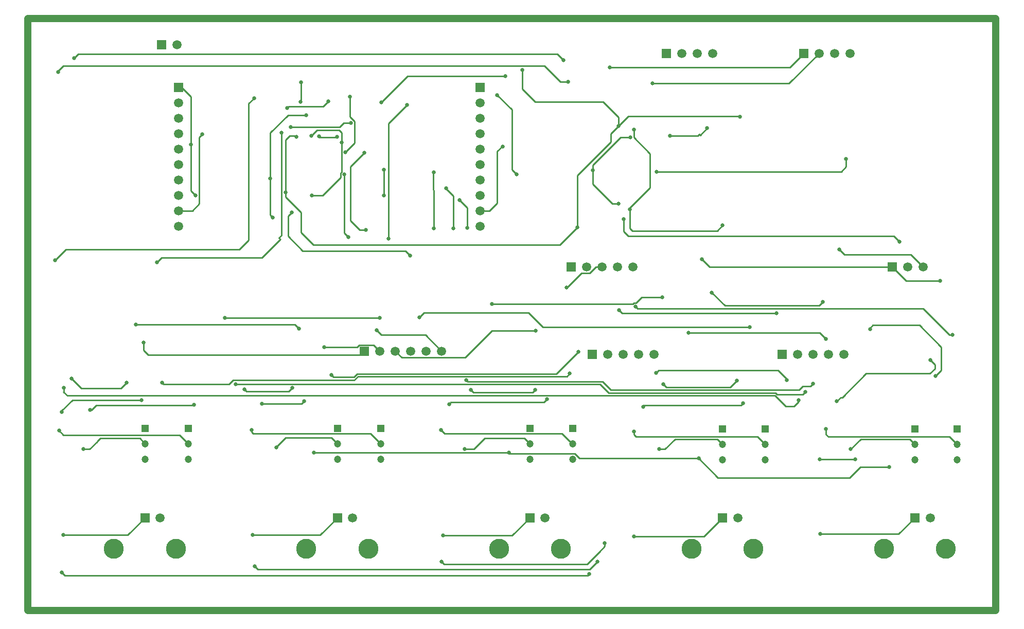
<source format=gbl>
G04 Layer_Physical_Order=2*
G04 Layer_Color=16711680*
%FSLAX25Y25*%
%MOIN*%
G70*
G01*
G75*
%ADD24C,0.01000*%
%ADD25C,0.04724*%
%ADD26C,0.04724*%
%ADD27R,0.04724X0.04724*%
%ADD28R,0.05906X0.05906*%
%ADD29C,0.05906*%
%ADD30R,0.05906X0.05906*%
%ADD31C,0.12992*%
%ADD32C,0.02500*%
D24*
X534200Y198800D02*
X547000Y186000D01*
X533900Y198500D02*
X534200Y198800D01*
X311550Y403050D02*
Y416873D01*
X305500Y397000D02*
X311550Y403050D01*
X270300Y413300D02*
X301800D01*
X308600Y419823D02*
X311550Y416873D01*
X308600Y419823D02*
Y432800D01*
X283500Y407500D02*
X287100Y411100D01*
X289077Y406523D02*
X299923D01*
X300200Y406800D01*
X304400Y415900D02*
X309200D01*
X301800Y413300D02*
X304400Y415900D01*
X288500Y407100D02*
X289077Y406523D01*
X301673Y411100D02*
X303200Y409573D01*
X287100Y411100D02*
X301673D01*
X302650Y380650D02*
Y383473D01*
X291000Y369000D02*
X302650Y380650D01*
X303150Y397973D02*
X303200Y398023D01*
X303150Y396027D02*
Y397973D01*
Y396027D02*
X303200Y395977D01*
Y384023D02*
Y395977D01*
X302650Y383473D02*
X303200Y384023D01*
X257000Y356200D02*
X258500Y354700D01*
X257000Y356200D02*
Y379800D01*
X483800Y406600D02*
X490100D01*
X344500Y333000D02*
X347500Y330000D01*
X493850Y299350D02*
X497500Y303000D01*
X492527Y299350D02*
X493850D01*
X491677Y298500D02*
X492527Y299350D01*
X400500Y298500D02*
X491677D01*
X497500Y303000D02*
X511000D01*
X669000Y313500D02*
X691000D01*
X660000Y322500D02*
X669000Y313500D01*
X413500Y385500D02*
Y424500D01*
X404000Y434000D02*
X413500Y424500D01*
Y385500D02*
X416500Y382500D01*
X407500Y400500D02*
Y401000D01*
X404000Y364000D02*
Y397500D01*
X399000Y359000D02*
X404000Y364000D01*
X393000Y359000D02*
X399000D01*
X612500Y297500D02*
X615000Y300000D01*
X551500Y297500D02*
X612500D01*
X543000Y306000D02*
X551500Y297500D01*
X541500Y322500D02*
X660000D01*
X536500Y327500D02*
X541500Y322500D01*
X630000Y387500D02*
Y392500D01*
X626728Y384228D02*
X630000Y387500D01*
X507272Y384228D02*
X626728D01*
X661000Y342500D02*
X664500Y339000D01*
X629000Y330500D02*
X672000D01*
X625500Y334000D02*
X629000Y330500D01*
X672000D02*
X680000Y322500D01*
X313039Y270500D02*
X314592Y272053D01*
X292000Y270500D02*
X313039D01*
X314592Y272053D02*
X323947D01*
X326000Y281500D02*
X329000Y278500D01*
X211000Y406500D02*
X213000Y408500D01*
X330500Y369000D02*
Y385500D01*
X278000Y333000D02*
X344500D01*
X467732Y322500D02*
X472000D01*
X463679Y318447D02*
X467732Y322500D01*
X458447Y318447D02*
X463679D01*
X483000Y294500D02*
X485000Y292500D01*
X585000D01*
X353500Y290000D02*
X356500Y293000D01*
X613000Y280000D02*
X617000Y276000D01*
X528000Y280000D02*
X613000D01*
X697000Y278500D02*
X699000D01*
X323947Y272053D02*
X328000Y268000D01*
X602000Y240000D02*
X603500Y241500D01*
X585263Y240000D02*
X602000D01*
X464000Y126500D02*
X469000Y131500D01*
X249000Y126500D02*
X464000D01*
X462177Y130000D02*
X470027Y137850D01*
X369500Y130000D02*
X462177D01*
X368000Y131500D02*
X369500Y130000D01*
X247000Y128500D02*
X249000Y126500D01*
X664000Y149500D02*
X674579Y160079D01*
X289334Y149000D02*
X300413Y160079D01*
X164612Y149000D02*
X175691Y160079D01*
X413556Y148500D02*
X425135Y160079D01*
X537778Y148000D02*
X549857Y160079D01*
X470027Y138027D02*
X473500Y141500D01*
X470027Y137850D02*
Y138027D01*
X473500Y141500D02*
Y143500D01*
X462500Y122500D02*
X463500Y123500D01*
X124000Y122500D02*
X462500D01*
X122000Y124500D02*
X124000Y122500D01*
X492500Y148000D02*
X537778D01*
X123000Y213500D02*
X198250D01*
X172538Y211462D02*
X176000Y208000D01*
X146816Y211462D02*
X172538D01*
X671038Y210962D02*
X674500Y207500D01*
X696688Y212562D02*
X701750Y207500D01*
X624000Y235500D02*
X626500Y238000D01*
X618500Y212562D02*
X696688D01*
X617000Y214062D02*
X618500Y212562D01*
X122000Y228500D02*
Y229500D01*
X546538Y210962D02*
X550000Y207500D01*
X572500Y212500D02*
X577500Y207500D01*
X617000Y214062D02*
Y217500D01*
X613047Y149500D02*
X664000D01*
X198250Y213500D02*
X203750Y208000D01*
X120047Y216453D02*
X123000Y213500D01*
X144788Y209434D02*
X146816Y211462D01*
X144788Y209288D02*
Y209434D01*
X140000Y204500D02*
X144788Y209288D01*
X136000Y204500D02*
X140000D01*
X633000D02*
X639462Y210962D01*
X671038D01*
X492500Y214062D02*
Y216000D01*
Y214062D02*
X494000Y212562D01*
X547263Y212500D02*
X572500D01*
X547201Y212562D02*
X547263Y212500D01*
X494000Y212562D02*
X547201D01*
X519038Y210962D02*
X546538D01*
X512576Y204500D02*
X519038Y210962D01*
X509000Y204500D02*
X512576D01*
X367500Y217000D02*
X369962Y214538D01*
X452500Y208000D02*
X452885D01*
X445962Y214538D02*
X452500Y208000D01*
X369962Y214538D02*
X445962D01*
X421635Y211500D02*
X425135Y208000D01*
X395989Y211500D02*
X421635D01*
X388988Y204500D02*
X395989Y211500D01*
X383000Y204500D02*
X388988D01*
X369000Y148500D02*
X413556D01*
X245000Y215500D02*
Y217000D01*
Y215500D02*
X246000Y214500D01*
X322000D02*
X328500Y208000D01*
X246000Y214500D02*
X322000D01*
X260500Y205500D02*
X261000D01*
X267000Y212000D02*
X296500D01*
X300500Y208000D01*
X245500Y149000D02*
X289334D01*
X123000D02*
X164612D01*
X197500Y439000D02*
X199500D01*
X205500Y372000D02*
X208500Y369000D01*
X205500Y372000D02*
Y402000D01*
X197500Y359000D02*
X206500D01*
X205500Y402000D02*
Y433000D01*
X199500Y439000D02*
X205500Y433000D01*
X206500Y359000D02*
X211000Y363500D01*
Y406500D01*
X315500Y265500D02*
X318000Y268000D01*
X175000Y268500D02*
X178000Y265500D01*
X315500D01*
X175000Y268500D02*
Y273500D01*
X183500Y325500D02*
X186500Y328500D01*
X251500D01*
X263500Y340500D01*
X305000Y344500D02*
X307500Y342000D01*
X305000Y344500D02*
Y382500D01*
X333500Y341000D02*
Y415500D01*
X345500Y427500D01*
X370500Y373500D02*
X371000D01*
X117500Y327000D02*
X124500Y334000D01*
X237000D01*
X243000Y340000D01*
Y428500D01*
X246500Y432000D01*
X362650Y372527D02*
X363000Y372177D01*
X362650Y383650D02*
X363000Y384000D01*
X362650Y372527D02*
Y383650D01*
X119500Y449000D02*
Y449500D01*
X123000Y453000D01*
X434500D01*
X445000Y442500D01*
X450000D01*
X443000Y460500D02*
X447000Y456500D01*
X130000Y458000D02*
X132500Y460500D01*
X443000D01*
X535500Y408000D02*
X540000Y412500D01*
X363000Y347500D02*
Y372177D01*
X375500Y347500D02*
Y368500D01*
X384500Y348000D02*
Y361000D01*
X379500Y366000D02*
X384500Y361000D01*
X227500Y289500D02*
X328000D01*
X309000Y387500D02*
X318000Y396500D01*
X309000Y352500D02*
Y387500D01*
Y352500D02*
X315000Y346500D01*
X319000D01*
X491500Y346000D02*
X546500D01*
X550000Y349500D01*
X284000Y369000D02*
X291000D01*
X489000Y342500D02*
X661000D01*
X535000Y408500D02*
X535500Y408000D01*
X534000Y407500D02*
X535000Y408500D01*
X516000Y407500D02*
X534000D01*
X268500Y342500D02*
X278000Y333000D01*
X268500Y342500D02*
Y355500D01*
X271000Y358000D01*
X504500Y441500D02*
X593000D01*
X612500Y461000D01*
X477000Y452000D02*
X593500D01*
X602500Y461000D01*
X490000Y347500D02*
X491500Y346000D01*
X490000Y347500D02*
Y360000D01*
Y361000D01*
X486000Y345500D02*
X489000Y342500D01*
X486000Y345500D02*
Y353500D01*
X490000Y361000D02*
X503000Y374000D01*
Y396000D01*
X257000Y379800D02*
Y409500D01*
X492450Y406550D02*
X503000Y396000D01*
X492500Y411523D02*
Y411700D01*
X478400Y363500D02*
X482600D01*
X465700Y385300D02*
Y388500D01*
Y376200D02*
Y385300D01*
Y376200D02*
X478400Y363500D01*
X465700Y388500D02*
X483800Y406600D01*
X404000Y397500D02*
X407500Y401000D01*
X273300Y407500D02*
X273800Y407000D01*
X269500Y407500D02*
X273300D01*
X285000Y337000D02*
X444500D01*
X455900Y381900D02*
X477500Y403500D01*
X444500Y337000D02*
X455800Y348300D01*
X455900D01*
Y381900D01*
X277000Y345000D02*
X285000Y337000D01*
X428500Y429500D02*
X472500D01*
X482500Y419500D01*
Y414000D02*
Y419500D01*
X267000Y368000D02*
Y371000D01*
Y368000D02*
X277000Y358000D01*
Y345000D02*
Y358000D01*
X477500Y403500D02*
Y409000D01*
X482500Y414000D01*
X303200Y398023D02*
Y403200D01*
Y409573D01*
X420200Y437800D02*
Y450300D01*
Y437800D02*
X428500Y429500D01*
X328900Y429100D02*
X345900Y446100D01*
X409100D02*
X409200Y446200D01*
X345900Y446100D02*
X409100D01*
X260500Y205500D02*
X267000Y212000D01*
X626500Y238000D02*
X627400D01*
X643000Y253600D01*
X684500Y262200D02*
X687400Y259300D01*
X643000Y253600D02*
X684300D01*
X687400Y256700D01*
Y259300D01*
X547000Y186000D02*
X632200D01*
X457281Y198500D02*
X533900D01*
X454319Y201462D02*
X457281Y198500D01*
X412238Y201462D02*
X454319D01*
X411400Y202300D02*
X412238Y201462D01*
X533900Y198500D02*
X534400D01*
X411250Y202150D02*
X411400Y202300D01*
X382027Y202150D02*
X411250D01*
X381877Y202300D02*
X382027Y202150D01*
X285100Y202300D02*
X381877D01*
X338000Y268000D02*
X342100Y263900D01*
X449000Y309300D02*
X449300D01*
X458447Y318447D01*
X329000Y278500D02*
X357500D01*
X368000Y268000D01*
X342100Y263900D02*
X342147Y263947D01*
X383247D01*
X400600Y281300D01*
X356500Y293000D02*
X424100D01*
X433600Y283500D01*
X169800Y285300D02*
X272800D01*
X275500Y282600D01*
X632200Y186000D02*
X639200Y193000D01*
X657900D01*
X687900Y252000D02*
X691650Y255750D01*
Y270750D01*
X677600Y284800D02*
X691650Y270750D01*
X647200Y284800D02*
X677600D01*
X645100Y282700D02*
X645400Y282400D01*
X645100Y282700D02*
X647200Y284800D01*
X400600Y281300D02*
X428700D01*
X560537Y239300D02*
X560650Y239413D01*
X251500Y234000D02*
X277300D01*
X279000Y235700D01*
X372700Y233600D02*
Y233700D01*
X373800Y234800D01*
X434100D01*
X436100Y236800D02*
X436200D01*
X434100Y234800D02*
X436100Y236800D01*
X498500Y232000D02*
X499300Y232800D01*
X561900D01*
X563300Y234200D01*
X560650Y239413D02*
X560763Y239300D01*
X583700D01*
X590900Y232100D01*
X596100D01*
X599300Y235300D02*
Y236100D01*
X596100Y232100D02*
X599300Y235300D01*
X591500Y249100D02*
Y250000D01*
X449150Y251650D02*
X451000Y253500D01*
X383800Y249300D02*
X384950Y248150D01*
X606700Y245200D02*
X608500Y247000D01*
X601777Y245200D02*
X606700D01*
X507000Y254000D02*
X508650Y255650D01*
X585850D02*
X591500Y250000D01*
X477400Y243000D02*
X599577D01*
X476087Y241013D02*
X584250D01*
X585263Y240000D01*
X599577Y243000D02*
X601777Y245200D01*
X508650Y255650D02*
X585850D01*
X232723Y249100D02*
X311300D01*
X313850Y251650D02*
X449150D01*
X311300Y249100D02*
X313850Y251650D01*
X296500Y252500D02*
X297700Y251300D01*
X311237D01*
X313187Y253250D01*
X442250D01*
X456500Y267500D01*
X230123Y246500D02*
X232723Y249100D01*
X187000Y247500D02*
X188000Y246500D01*
X230123D01*
X680000Y295500D02*
X697000Y278500D01*
X493500Y297000D02*
X495000Y295500D01*
X680000D01*
X370500Y373500D02*
X375500Y368500D01*
X482500Y414000D02*
X488700Y420200D01*
X560900D01*
X561300Y419800D01*
X492450Y406550D02*
Y411700D01*
X267800Y425500D02*
X268900Y426600D01*
X291100D01*
X294500Y430000D01*
X276500Y429600D02*
X276700Y429800D01*
Y442300D01*
X257000Y409500D02*
X268400Y420900D01*
X280200D01*
X262600Y341400D02*
X263500Y340500D01*
X262600Y341400D02*
X264300Y343100D01*
Y409600D01*
X267000Y371000D02*
Y405000D01*
X269500Y407500D01*
X612700Y197800D02*
X635700D01*
X433600Y283500D02*
X567500D01*
X511400Y246600D02*
X513400Y244600D01*
X554900D01*
X559200Y248900D01*
X472250Y248150D02*
X477400Y243000D01*
X470600Y246500D02*
X476087Y241013D01*
X384950Y248150D02*
X472250D01*
X234406Y246500D02*
X470600D01*
X386700Y242900D02*
X388400Y241200D01*
X426900D01*
X428500Y242800D01*
X240100Y243400D02*
X241600Y241900D01*
X268900D01*
X271100Y244100D01*
X128800Y236300D02*
X173600D01*
X122000Y229500D02*
X128800Y236300D01*
X207200Y232800D02*
X207600Y233200D01*
X144200Y232800D02*
X207200D01*
X141200Y229800D02*
X144200Y232800D01*
X140100Y229800D02*
X141200D01*
X160100Y243900D02*
X163700Y247500D01*
X123000Y241700D02*
X125400Y239300D01*
X560537D01*
X123000Y241700D02*
X123100Y241800D01*
Y244100D01*
X128100Y250300D02*
X134500Y243900D01*
X160100D01*
D25*
X100000Y100000D02*
X727000D01*
Y483500D01*
X100000D02*
X727000D01*
X100000Y100000D02*
Y483500D01*
D26*
X203750Y198000D02*
D03*
Y208000D02*
D03*
X176000Y198000D02*
D03*
Y208000D02*
D03*
X328500Y198000D02*
D03*
Y208000D02*
D03*
X300500Y198000D02*
D03*
Y208000D02*
D03*
X452885Y198000D02*
D03*
Y208000D02*
D03*
X425135Y198000D02*
D03*
Y208000D02*
D03*
X577500Y197500D02*
D03*
Y207500D02*
D03*
X550000Y197500D02*
D03*
Y207500D02*
D03*
X701750Y197500D02*
D03*
Y207500D02*
D03*
X674500Y197500D02*
D03*
Y207500D02*
D03*
D27*
X203750Y218000D02*
D03*
X176000D02*
D03*
X328500D02*
D03*
X300500D02*
D03*
X452885D02*
D03*
X425135D02*
D03*
X577500Y217500D02*
D03*
X550000D02*
D03*
X701750D02*
D03*
X674500D02*
D03*
D28*
X186500Y466500D02*
D03*
X513500Y461000D02*
D03*
X588500Y266000D02*
D03*
X318000Y268000D02*
D03*
X465500Y266000D02*
D03*
X452000Y322500D02*
D03*
X660000D02*
D03*
X602500Y461000D02*
D03*
D29*
X196500Y466500D02*
D03*
X197500Y419000D02*
D03*
Y349000D02*
D03*
Y359000D02*
D03*
Y369000D02*
D03*
Y379000D02*
D03*
Y389000D02*
D03*
Y399000D02*
D03*
Y409000D02*
D03*
Y429000D02*
D03*
X393000Y419000D02*
D03*
Y349000D02*
D03*
Y359000D02*
D03*
Y369000D02*
D03*
Y379000D02*
D03*
Y389000D02*
D03*
Y399000D02*
D03*
Y409000D02*
D03*
Y429000D02*
D03*
X185534Y160079D02*
D03*
X310255D02*
D03*
X434977D02*
D03*
X559699D02*
D03*
X684421D02*
D03*
X543500Y461000D02*
D03*
X533500D02*
D03*
X523500D02*
D03*
X628500Y266000D02*
D03*
X618500D02*
D03*
X608500D02*
D03*
X598500D02*
D03*
X328000Y268000D02*
D03*
X338000D02*
D03*
X348000D02*
D03*
X358000D02*
D03*
X368000D02*
D03*
X505500Y266000D02*
D03*
X495500D02*
D03*
X485500D02*
D03*
X475500D02*
D03*
X492000Y322500D02*
D03*
X482000D02*
D03*
X472000D02*
D03*
X462000D02*
D03*
X670000D02*
D03*
X680000D02*
D03*
X612500Y461000D02*
D03*
X622500D02*
D03*
X632500D02*
D03*
D30*
X197500Y439000D02*
D03*
X393000D02*
D03*
X175691Y160079D02*
D03*
X300413D02*
D03*
X425135D02*
D03*
X549857D02*
D03*
X674579D02*
D03*
D31*
X155612Y140000D02*
D03*
X195770D02*
D03*
X280334D02*
D03*
X320492D02*
D03*
X405056D02*
D03*
X445214D02*
D03*
X529778D02*
D03*
X569936D02*
D03*
X654500D02*
D03*
X694657D02*
D03*
D32*
X270300Y413300D02*
D03*
X308600Y432800D02*
D03*
X283500Y407500D02*
D03*
X300200Y406800D02*
D03*
X309200Y415900D02*
D03*
X288500Y407100D02*
D03*
X258500Y354700D02*
D03*
X257000Y379800D02*
D03*
X490100Y406600D02*
D03*
X347500Y330000D02*
D03*
X511000Y303000D02*
D03*
X400500Y298500D02*
D03*
X691000Y313500D02*
D03*
X416500Y382500D02*
D03*
X407500Y400500D02*
D03*
X615000Y300000D02*
D03*
X543000Y306000D02*
D03*
X536500Y327500D02*
D03*
X630000Y392500D02*
D03*
X507272Y384228D02*
D03*
X664500Y339000D02*
D03*
X404000Y434000D02*
D03*
X625500Y334000D02*
D03*
X363000Y384000D02*
D03*
X117500Y327000D02*
D03*
X318000Y396500D02*
D03*
X326000Y281500D02*
D03*
X213000Y408500D02*
D03*
X305000Y382500D02*
D03*
X330500Y369000D02*
D03*
Y385500D02*
D03*
X483000Y294500D02*
D03*
X585000Y292500D02*
D03*
X493500Y297000D02*
D03*
X353500Y290000D02*
D03*
X567500Y283500D02*
D03*
X528000Y280000D02*
D03*
X617000Y276000D02*
D03*
X699000Y278500D02*
D03*
X234406Y246500D02*
D03*
X456500Y267500D02*
D03*
X296500Y252500D02*
D03*
X451000Y253500D02*
D03*
X292000Y270500D02*
D03*
X608500Y247000D02*
D03*
X603500Y241500D02*
D03*
X507000Y254000D02*
D03*
X469000Y131500D02*
D03*
X473500Y143500D02*
D03*
X368000Y131500D02*
D03*
X463500Y123500D02*
D03*
X247000Y128500D02*
D03*
X122000Y124500D02*
D03*
X492500Y148000D02*
D03*
X624000Y235500D02*
D03*
X251500Y234000D02*
D03*
X122000Y228500D02*
D03*
X617000Y217500D02*
D03*
X613047Y149500D02*
D03*
X120047Y216453D02*
D03*
X136000Y204500D02*
D03*
X633000D02*
D03*
X492500Y216000D02*
D03*
X509000Y204500D02*
D03*
X367500Y217000D02*
D03*
X383000Y204500D02*
D03*
X369000Y148500D02*
D03*
X245000Y217000D02*
D03*
X261000Y205500D02*
D03*
X245500Y149000D02*
D03*
X123000D02*
D03*
X205500Y402000D02*
D03*
X208500Y369000D02*
D03*
X183500Y325500D02*
D03*
X175000Y273500D02*
D03*
X187000Y247500D02*
D03*
X307500Y342000D02*
D03*
X333500Y341000D02*
D03*
X345500Y427500D02*
D03*
X371000Y373500D02*
D03*
X246500Y432000D02*
D03*
X294500Y430000D02*
D03*
X305500Y397000D02*
D03*
X119500Y449000D02*
D03*
X450000Y442500D02*
D03*
X447000Y456500D02*
D03*
X130000Y458000D02*
D03*
X540000Y412500D02*
D03*
X363000Y347500D02*
D03*
X379500Y366000D02*
D03*
X375500Y347500D02*
D03*
X384500Y348000D02*
D03*
X227500Y289500D02*
D03*
X328000D02*
D03*
X319000Y346500D02*
D03*
X550000Y349500D02*
D03*
X284000Y369000D02*
D03*
X516000Y407500D02*
D03*
X271000Y358000D02*
D03*
X504500Y441500D02*
D03*
X477000Y452000D02*
D03*
X490000Y360000D02*
D03*
X486000Y353500D02*
D03*
X492500Y411700D02*
D03*
X482600Y363500D02*
D03*
X465700Y385300D02*
D03*
X273800Y407000D02*
D03*
X455900Y348300D02*
D03*
X482500Y414000D02*
D03*
X267000Y371000D02*
D03*
X303200Y403200D02*
D03*
X328900Y429100D02*
D03*
X420200Y450300D02*
D03*
X409200Y446200D02*
D03*
X684500Y262200D02*
D03*
X534400Y198500D02*
D03*
X411400Y202300D02*
D03*
X285100D02*
D03*
X449000Y309300D02*
D03*
X169800Y285300D02*
D03*
X275500Y282600D02*
D03*
X657900Y193000D02*
D03*
X687900Y252000D02*
D03*
X645400Y282400D02*
D03*
X428700Y281300D02*
D03*
X279000Y235700D02*
D03*
X372700Y233600D02*
D03*
X436200Y236800D02*
D03*
X498500Y232000D02*
D03*
X563300Y234200D02*
D03*
X599300Y236100D02*
D03*
X591500Y249100D02*
D03*
X383800Y249300D02*
D03*
X428500Y242800D02*
D03*
X561300Y419800D02*
D03*
X280200Y420900D02*
D03*
X276700Y442300D02*
D03*
X267800Y425500D02*
D03*
X276500Y429600D02*
D03*
X264300Y409600D02*
D03*
X635700Y197800D02*
D03*
X612700D02*
D03*
X511400Y246600D02*
D03*
X559200Y248900D02*
D03*
X386700Y242900D02*
D03*
X240100Y243400D02*
D03*
X271100Y244100D02*
D03*
X207600Y233200D02*
D03*
X173600Y236300D02*
D03*
X140100Y229800D02*
D03*
X128100Y250300D02*
D03*
X163700Y247500D02*
D03*
X123100Y244100D02*
D03*
M02*

</source>
